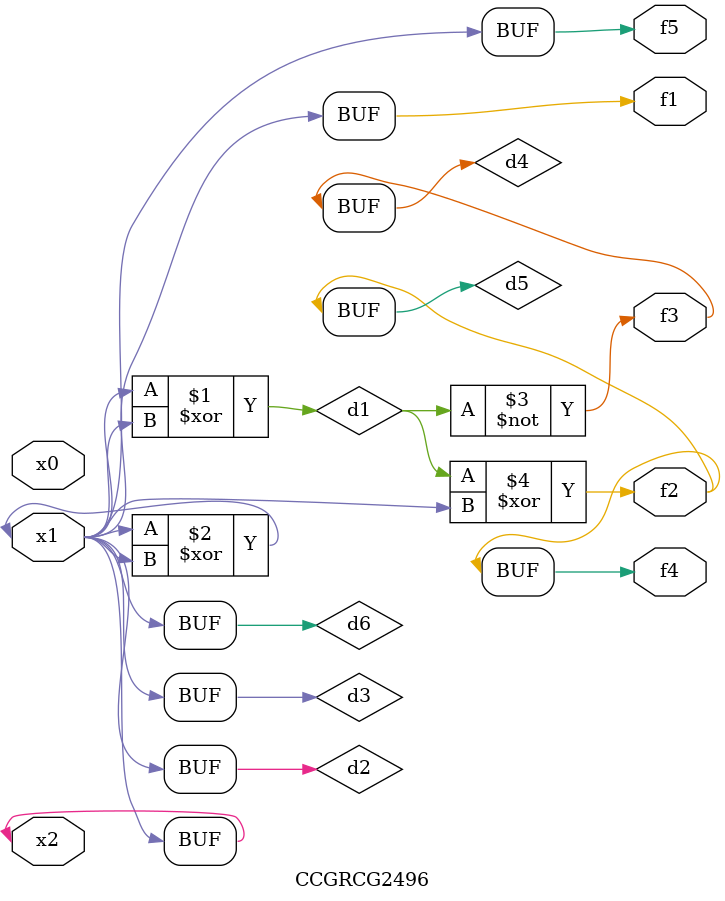
<source format=v>
module CCGRCG2496(
	input x0, x1, x2,
	output f1, f2, f3, f4, f5
);

	wire d1, d2, d3, d4, d5, d6;

	xor (d1, x1, x2);
	buf (d2, x1, x2);
	xor (d3, x1, x2);
	nor (d4, d1);
	xor (d5, d1, d2);
	buf (d6, d2, d3);
	assign f1 = d6;
	assign f2 = d5;
	assign f3 = d4;
	assign f4 = d5;
	assign f5 = d6;
endmodule

</source>
